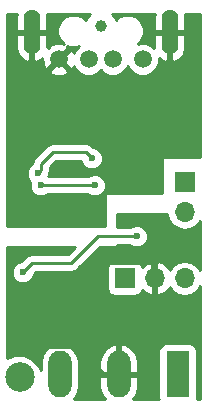
<source format=gbl>
G04 #@! TF.FileFunction,Copper,L2,Bot,Signal*
%FSLAX46Y46*%
G04 Gerber Fmt 4.6, Leading zero omitted, Abs format (unit mm)*
G04 Created by KiCad (PCBNEW 4.0.7) date 01/29/18 07:06:24*
%MOMM*%
%LPD*%
G01*
G04 APERTURE LIST*
%ADD10C,0.100000*%
%ADD11C,1.000000*%
%ADD12C,2.500000*%
%ADD13R,1.700000X1.700000*%
%ADD14O,1.700000X1.700000*%
%ADD15R,1.980000X3.960000*%
%ADD16O,1.980000X3.960000*%
%ADD17C,1.501140*%
%ADD18O,1.400000X3.800000*%
%ADD19C,0.600000*%
%ADD20C,0.250000*%
%ADD21C,0.254000*%
G04 APERTURE END LIST*
D10*
D11*
X148858000Y-80082000D03*
D12*
X142000000Y-109800000D03*
D13*
X150890000Y-101418000D03*
D14*
X153430000Y-101418000D03*
X155970000Y-101418000D03*
D15*
X155382000Y-109546000D03*
D16*
X150382000Y-109546000D03*
X145382000Y-109546000D03*
D13*
X155970000Y-93290000D03*
D14*
X155970000Y-95830000D03*
D17*
X152414860Y-82878120D03*
X149874860Y-82878120D03*
X147842860Y-82878120D03*
X145302860Y-82878120D03*
D18*
X154700000Y-80590000D03*
X143016000Y-80590000D03*
D19*
X144032000Y-88464000D03*
X147334000Y-92528000D03*
X151144000Y-92070000D03*
X143778000Y-93544000D03*
X148350000Y-93544000D03*
X148096000Y-91258000D03*
X143524000Y-92528000D03*
X141746000Y-107006000D03*
X141746000Y-102942000D03*
X142254000Y-100910000D03*
X151906000Y-97862000D03*
D20*
X144552291Y-87943709D02*
X144032000Y-88464000D01*
X145302860Y-82878120D02*
X144552291Y-83628689D01*
X144552291Y-83628689D02*
X144552291Y-87943709D01*
X147492001Y-92369999D02*
X147334000Y-92528000D01*
X151144000Y-92070000D02*
X150844001Y-92369999D01*
X150844001Y-92369999D02*
X147492001Y-92369999D01*
X148350000Y-93544000D02*
X143778000Y-93544000D01*
X147588000Y-90750000D02*
X148096000Y-91258000D01*
X144794000Y-90750000D02*
X147588000Y-90750000D01*
X143823999Y-91720001D02*
X144794000Y-90750000D01*
X143524000Y-92528000D02*
X143823999Y-92228001D01*
X143823999Y-92228001D02*
X143823999Y-91720001D01*
X149142000Y-109546000D02*
X146602000Y-107006000D01*
X146602000Y-107006000D02*
X141746000Y-107006000D01*
X150382000Y-109546000D02*
X149142000Y-109546000D01*
X149142000Y-109546000D02*
X146836990Y-107240990D01*
X146836990Y-107240990D02*
X141511010Y-107240990D01*
X142538000Y-102942000D02*
X141746000Y-102942000D01*
X149142000Y-109546000D02*
X142538000Y-102942000D01*
X153108081Y-100148000D02*
X147588000Y-100148000D01*
X153176000Y-101418000D02*
X153176000Y-100215919D01*
X153176000Y-100215919D02*
X153108081Y-100148000D01*
X143061999Y-100102001D02*
X142254000Y-100910000D01*
X146363999Y-100102001D02*
X143061999Y-100102001D01*
X148604000Y-97862000D02*
X151906000Y-97862000D01*
X146363999Y-100102001D02*
X148604000Y-97862000D01*
D21*
G36*
X154576494Y-96395223D02*
X154896667Y-96874397D01*
X155375841Y-97194570D01*
X155941064Y-97307000D01*
X155998936Y-97307000D01*
X156564159Y-97194570D01*
X157043333Y-96874397D01*
X157275000Y-96527682D01*
X157275000Y-100734688D01*
X157014397Y-100344667D01*
X156535223Y-100024494D01*
X155970000Y-99912064D01*
X155404777Y-100024494D01*
X154925603Y-100344667D01*
X154696236Y-100687939D01*
X154625183Y-100536642D01*
X154196924Y-100146355D01*
X153786890Y-99976524D01*
X153557000Y-100097845D01*
X153557000Y-101291000D01*
X153577000Y-101291000D01*
X153577000Y-101545000D01*
X153557000Y-101545000D01*
X153557000Y-102738155D01*
X153786890Y-102859476D01*
X154196924Y-102689645D01*
X154625183Y-102299358D01*
X154696236Y-102148061D01*
X154925603Y-102491333D01*
X155404777Y-102811506D01*
X155970000Y-102923936D01*
X156535223Y-102811506D01*
X157014397Y-102491333D01*
X157275000Y-102101312D01*
X157275000Y-111613000D01*
X156993665Y-111613000D01*
X157011283Y-111526000D01*
X157011283Y-107566000D01*
X156967563Y-107333648D01*
X156830243Y-107120247D01*
X156620717Y-106977083D01*
X156372000Y-106926717D01*
X154392000Y-106926717D01*
X154159648Y-106970437D01*
X153946247Y-107107757D01*
X153803083Y-107317283D01*
X153752717Y-107566000D01*
X153752717Y-111526000D01*
X153769087Y-111613000D01*
X151568696Y-111613000D01*
X151834703Y-111275193D01*
X152007000Y-110663000D01*
X152007000Y-109673000D01*
X150509000Y-109673000D01*
X150509000Y-109693000D01*
X150255000Y-109693000D01*
X150255000Y-109673000D01*
X148757000Y-109673000D01*
X148757000Y-110663000D01*
X148929297Y-111275193D01*
X149195304Y-111613000D01*
X146603880Y-111613000D01*
X146875913Y-111205873D01*
X146999000Y-110587074D01*
X146999000Y-108504926D01*
X146983898Y-108429000D01*
X148757000Y-108429000D01*
X148757000Y-109419000D01*
X150255000Y-109419000D01*
X150255000Y-107095260D01*
X150509000Y-107095260D01*
X150509000Y-109419000D01*
X152007000Y-109419000D01*
X152007000Y-108429000D01*
X151834703Y-107816807D01*
X151441246Y-107317149D01*
X150886528Y-107006095D01*
X150760865Y-106975782D01*
X150509000Y-107095260D01*
X150255000Y-107095260D01*
X150003135Y-106975782D01*
X149877472Y-107006095D01*
X149322754Y-107317149D01*
X148929297Y-107816807D01*
X148757000Y-108429000D01*
X146983898Y-108429000D01*
X146875913Y-107886127D01*
X146525392Y-107361534D01*
X146000799Y-107011013D01*
X145382000Y-106887926D01*
X144763201Y-107011013D01*
X144238608Y-107361534D01*
X143888087Y-107886127D01*
X143765000Y-108504926D01*
X143765000Y-109156432D01*
X143592171Y-108738154D01*
X143064624Y-108209684D01*
X142374996Y-107923326D01*
X141628280Y-107922675D01*
X140949000Y-108203348D01*
X140949000Y-98751000D01*
X146651512Y-98751000D01*
X146052511Y-99350001D01*
X143061999Y-99350001D01*
X142774221Y-99407244D01*
X142530255Y-99570257D01*
X142117632Y-99982880D01*
X142070417Y-99982839D01*
X141729583Y-100123669D01*
X141468586Y-100384211D01*
X141327161Y-100724799D01*
X141326839Y-101093583D01*
X141467669Y-101434417D01*
X141728211Y-101695414D01*
X142068799Y-101836839D01*
X142437583Y-101837161D01*
X142778417Y-101696331D01*
X143039414Y-101435789D01*
X143180839Y-101095201D01*
X143180881Y-101046607D01*
X143373487Y-100854001D01*
X146363999Y-100854001D01*
X146651777Y-100796758D01*
X146895743Y-100633745D01*
X146961488Y-100568000D01*
X149400717Y-100568000D01*
X149400717Y-102268000D01*
X149444437Y-102500352D01*
X149581757Y-102713753D01*
X149791283Y-102856917D01*
X150040000Y-102907283D01*
X151740000Y-102907283D01*
X151972352Y-102863563D01*
X152185753Y-102726243D01*
X152328917Y-102516717D01*
X152351415Y-102405618D01*
X152663076Y-102689645D01*
X153073110Y-102859476D01*
X153303000Y-102738155D01*
X153303000Y-101545000D01*
X153283000Y-101545000D01*
X153283000Y-101291000D01*
X153303000Y-101291000D01*
X153303000Y-100097845D01*
X153073110Y-99976524D01*
X152663076Y-100146355D01*
X152353100Y-100428847D01*
X152335563Y-100335648D01*
X152198243Y-100122247D01*
X151988717Y-99979083D01*
X151740000Y-99928717D01*
X150040000Y-99928717D01*
X149807648Y-99972437D01*
X149594247Y-100109757D01*
X149451083Y-100319283D01*
X149400717Y-100568000D01*
X146961488Y-100568000D01*
X148778488Y-98751000D01*
X150128000Y-98751000D01*
X150177410Y-98740994D01*
X150219035Y-98712553D01*
X150246315Y-98670159D01*
X150255000Y-98624000D01*
X150255000Y-98614000D01*
X151346855Y-98614000D01*
X151380211Y-98647414D01*
X151720799Y-98788839D01*
X152089583Y-98789161D01*
X152430417Y-98648331D01*
X152691414Y-98387789D01*
X152832839Y-98047201D01*
X152833161Y-97678417D01*
X152692331Y-97337583D01*
X152431789Y-97076586D01*
X152091201Y-96935161D01*
X151722417Y-96934839D01*
X151381583Y-97075669D01*
X151347192Y-97110000D01*
X150255000Y-97110000D01*
X150255000Y-95957000D01*
X154489326Y-95957000D01*
X154576494Y-96395223D01*
X154576494Y-96395223D01*
G37*
X154576494Y-96395223D02*
X154896667Y-96874397D01*
X155375841Y-97194570D01*
X155941064Y-97307000D01*
X155998936Y-97307000D01*
X156564159Y-97194570D01*
X157043333Y-96874397D01*
X157275000Y-96527682D01*
X157275000Y-100734688D01*
X157014397Y-100344667D01*
X156535223Y-100024494D01*
X155970000Y-99912064D01*
X155404777Y-100024494D01*
X154925603Y-100344667D01*
X154696236Y-100687939D01*
X154625183Y-100536642D01*
X154196924Y-100146355D01*
X153786890Y-99976524D01*
X153557000Y-100097845D01*
X153557000Y-101291000D01*
X153577000Y-101291000D01*
X153577000Y-101545000D01*
X153557000Y-101545000D01*
X153557000Y-102738155D01*
X153786890Y-102859476D01*
X154196924Y-102689645D01*
X154625183Y-102299358D01*
X154696236Y-102148061D01*
X154925603Y-102491333D01*
X155404777Y-102811506D01*
X155970000Y-102923936D01*
X156535223Y-102811506D01*
X157014397Y-102491333D01*
X157275000Y-102101312D01*
X157275000Y-111613000D01*
X156993665Y-111613000D01*
X157011283Y-111526000D01*
X157011283Y-107566000D01*
X156967563Y-107333648D01*
X156830243Y-107120247D01*
X156620717Y-106977083D01*
X156372000Y-106926717D01*
X154392000Y-106926717D01*
X154159648Y-106970437D01*
X153946247Y-107107757D01*
X153803083Y-107317283D01*
X153752717Y-107566000D01*
X153752717Y-111526000D01*
X153769087Y-111613000D01*
X151568696Y-111613000D01*
X151834703Y-111275193D01*
X152007000Y-110663000D01*
X152007000Y-109673000D01*
X150509000Y-109673000D01*
X150509000Y-109693000D01*
X150255000Y-109693000D01*
X150255000Y-109673000D01*
X148757000Y-109673000D01*
X148757000Y-110663000D01*
X148929297Y-111275193D01*
X149195304Y-111613000D01*
X146603880Y-111613000D01*
X146875913Y-111205873D01*
X146999000Y-110587074D01*
X146999000Y-108504926D01*
X146983898Y-108429000D01*
X148757000Y-108429000D01*
X148757000Y-109419000D01*
X150255000Y-109419000D01*
X150255000Y-107095260D01*
X150509000Y-107095260D01*
X150509000Y-109419000D01*
X152007000Y-109419000D01*
X152007000Y-108429000D01*
X151834703Y-107816807D01*
X151441246Y-107317149D01*
X150886528Y-107006095D01*
X150760865Y-106975782D01*
X150509000Y-107095260D01*
X150255000Y-107095260D01*
X150003135Y-106975782D01*
X149877472Y-107006095D01*
X149322754Y-107317149D01*
X148929297Y-107816807D01*
X148757000Y-108429000D01*
X146983898Y-108429000D01*
X146875913Y-107886127D01*
X146525392Y-107361534D01*
X146000799Y-107011013D01*
X145382000Y-106887926D01*
X144763201Y-107011013D01*
X144238608Y-107361534D01*
X143888087Y-107886127D01*
X143765000Y-108504926D01*
X143765000Y-109156432D01*
X143592171Y-108738154D01*
X143064624Y-108209684D01*
X142374996Y-107923326D01*
X141628280Y-107922675D01*
X140949000Y-108203348D01*
X140949000Y-98751000D01*
X146651512Y-98751000D01*
X146052511Y-99350001D01*
X143061999Y-99350001D01*
X142774221Y-99407244D01*
X142530255Y-99570257D01*
X142117632Y-99982880D01*
X142070417Y-99982839D01*
X141729583Y-100123669D01*
X141468586Y-100384211D01*
X141327161Y-100724799D01*
X141326839Y-101093583D01*
X141467669Y-101434417D01*
X141728211Y-101695414D01*
X142068799Y-101836839D01*
X142437583Y-101837161D01*
X142778417Y-101696331D01*
X143039414Y-101435789D01*
X143180839Y-101095201D01*
X143180881Y-101046607D01*
X143373487Y-100854001D01*
X146363999Y-100854001D01*
X146651777Y-100796758D01*
X146895743Y-100633745D01*
X146961488Y-100568000D01*
X149400717Y-100568000D01*
X149400717Y-102268000D01*
X149444437Y-102500352D01*
X149581757Y-102713753D01*
X149791283Y-102856917D01*
X150040000Y-102907283D01*
X151740000Y-102907283D01*
X151972352Y-102863563D01*
X152185753Y-102726243D01*
X152328917Y-102516717D01*
X152351415Y-102405618D01*
X152663076Y-102689645D01*
X153073110Y-102859476D01*
X153303000Y-102738155D01*
X153303000Y-101545000D01*
X153283000Y-101545000D01*
X153283000Y-101291000D01*
X153303000Y-101291000D01*
X153303000Y-100097845D01*
X153073110Y-99976524D01*
X152663076Y-100146355D01*
X152353100Y-100428847D01*
X152335563Y-100335648D01*
X152198243Y-100122247D01*
X151988717Y-99979083D01*
X151740000Y-99928717D01*
X150040000Y-99928717D01*
X149807648Y-99972437D01*
X149594247Y-100109757D01*
X149451083Y-100319283D01*
X149400717Y-100568000D01*
X146961488Y-100568000D01*
X148778488Y-98751000D01*
X150128000Y-98751000D01*
X150177410Y-98740994D01*
X150219035Y-98712553D01*
X150246315Y-98670159D01*
X150255000Y-98624000D01*
X150255000Y-98614000D01*
X151346855Y-98614000D01*
X151380211Y-98647414D01*
X151720799Y-98788839D01*
X152089583Y-98789161D01*
X152430417Y-98648331D01*
X152691414Y-98387789D01*
X152832839Y-98047201D01*
X152833161Y-97678417D01*
X152692331Y-97337583D01*
X152431789Y-97076586D01*
X152091201Y-96935161D01*
X151722417Y-96934839D01*
X151381583Y-97075669D01*
X151347192Y-97110000D01*
X150255000Y-97110000D01*
X150255000Y-95957000D01*
X154489326Y-95957000D01*
X154576494Y-96395223D01*
G36*
X141681000Y-79263000D02*
X141681000Y-80463000D01*
X142889000Y-80463000D01*
X142889000Y-80443000D01*
X143143000Y-80443000D01*
X143143000Y-80463000D01*
X144351000Y-80463000D01*
X144351000Y-79263000D01*
X144281466Y-79031000D01*
X147933453Y-79031000D01*
X147674371Y-79289630D01*
X147578010Y-79521694D01*
X147353026Y-79296317D01*
X146847104Y-79086240D01*
X146299299Y-79085762D01*
X145793011Y-79294956D01*
X145405317Y-79681974D01*
X145195240Y-80187896D01*
X145194762Y-80735701D01*
X145403956Y-81241989D01*
X145715800Y-81554378D01*
X145507826Y-81480353D01*
X144957322Y-81508315D01*
X144578595Y-81665189D01*
X144510536Y-81906188D01*
X144395483Y-81791135D01*
X144351000Y-81835618D01*
X144351000Y-80717000D01*
X143143000Y-80717000D01*
X143143000Y-82959374D01*
X143349329Y-83082716D01*
X143409550Y-83071980D01*
X143870185Y-82823790D01*
X143910248Y-82774640D01*
X143933055Y-83223658D01*
X144089929Y-83602385D01*
X144330930Y-83670445D01*
X145123255Y-82878120D01*
X145109113Y-82863978D01*
X145288718Y-82684373D01*
X145302860Y-82698515D01*
X146095185Y-81906190D01*
X146047137Y-81736051D01*
X146296896Y-81839760D01*
X146844701Y-81840238D01*
X146994805Y-81778216D01*
X146675694Y-82096771D01*
X146583807Y-82318060D01*
X146515791Y-82153855D01*
X146274790Y-82085795D01*
X145482465Y-82878120D01*
X146274790Y-83670445D01*
X146515791Y-83602385D01*
X146578635Y-83425825D01*
X146674332Y-83657431D01*
X147061511Y-84045286D01*
X147567642Y-84255450D01*
X148115673Y-84255928D01*
X148622171Y-84046648D01*
X148858933Y-83810299D01*
X149093511Y-84045286D01*
X149599642Y-84255450D01*
X150147673Y-84255928D01*
X150654171Y-84046648D01*
X151042026Y-83659469D01*
X151144853Y-83411833D01*
X151246332Y-83657431D01*
X151633511Y-84045286D01*
X152139642Y-84255450D01*
X152687673Y-84255928D01*
X153194171Y-84046648D01*
X153582026Y-83659469D01*
X153792190Y-83153338D01*
X153792534Y-82758425D01*
X153845815Y-82823790D01*
X154306450Y-83071980D01*
X154366671Y-83082716D01*
X154573000Y-82959374D01*
X154573000Y-80717000D01*
X154827000Y-80717000D01*
X154827000Y-82959374D01*
X155033329Y-83082716D01*
X155093550Y-83071980D01*
X155554185Y-82823790D01*
X155884778Y-82418215D01*
X156035000Y-81917000D01*
X156035000Y-80717000D01*
X154827000Y-80717000D01*
X154573000Y-80717000D01*
X153365000Y-80717000D01*
X153365000Y-81880040D01*
X153196209Y-81710954D01*
X152690078Y-81500790D01*
X152142047Y-81500312D01*
X151991732Y-81562421D01*
X152310683Y-81244026D01*
X152520760Y-80738104D01*
X152521238Y-80190299D01*
X152312044Y-79684011D01*
X151925026Y-79296317D01*
X151419104Y-79086240D01*
X150871299Y-79085762D01*
X150365011Y-79294956D01*
X150137994Y-79521577D01*
X150043010Y-79291697D01*
X149782768Y-79031000D01*
X153434534Y-79031000D01*
X153365000Y-79263000D01*
X153365000Y-80463000D01*
X154573000Y-80463000D01*
X154573000Y-80443000D01*
X154827000Y-80443000D01*
X154827000Y-80463000D01*
X156035000Y-80463000D01*
X156035000Y-79263000D01*
X155965466Y-79031000D01*
X157275000Y-79031000D01*
X157275000Y-91131000D01*
X154192000Y-91131000D01*
X154142590Y-91141006D01*
X154100965Y-91169447D01*
X154073685Y-91211841D01*
X154065000Y-91258000D01*
X154065000Y-94179000D01*
X149366000Y-94179000D01*
X149316590Y-94189006D01*
X149274965Y-94217447D01*
X149247685Y-94259841D01*
X149239000Y-94306000D01*
X149239000Y-96973000D01*
X140949000Y-96973000D01*
X140949000Y-92711583D01*
X142596839Y-92711583D01*
X142737669Y-93052417D01*
X142907669Y-93222714D01*
X142851161Y-93358799D01*
X142850839Y-93727583D01*
X142991669Y-94068417D01*
X143252211Y-94329414D01*
X143592799Y-94470839D01*
X143961583Y-94471161D01*
X144302417Y-94330331D01*
X144336808Y-94296000D01*
X147790855Y-94296000D01*
X147824211Y-94329414D01*
X148164799Y-94470839D01*
X148533583Y-94471161D01*
X148874417Y-94330331D01*
X149135414Y-94069789D01*
X149276839Y-93729201D01*
X149277161Y-93360417D01*
X149136331Y-93019583D01*
X148875789Y-92758586D01*
X148535201Y-92617161D01*
X148166417Y-92616839D01*
X147825583Y-92757669D01*
X147791192Y-92792000D01*
X144418119Y-92792000D01*
X144450839Y-92713201D01*
X144450923Y-92617299D01*
X144510590Y-92528000D01*
X144518756Y-92515779D01*
X144575999Y-92228001D01*
X144575999Y-92031489D01*
X145105489Y-91502000D01*
X147193803Y-91502000D01*
X147309669Y-91782417D01*
X147570211Y-92043414D01*
X147910799Y-92184839D01*
X148279583Y-92185161D01*
X148620417Y-92044331D01*
X148881414Y-91783789D01*
X149022839Y-91443201D01*
X149023161Y-91074417D01*
X148882331Y-90733583D01*
X148621789Y-90472586D01*
X148281201Y-90331161D01*
X148232607Y-90331119D01*
X148119744Y-90218256D01*
X147875778Y-90055243D01*
X147588000Y-89998000D01*
X144794000Y-89998000D01*
X144506222Y-90055243D01*
X144408503Y-90120536D01*
X144262256Y-90218255D01*
X143292255Y-91188257D01*
X143129242Y-91432223D01*
X143073788Y-91711008D01*
X142999583Y-91741669D01*
X142738586Y-92002211D01*
X142597161Y-92342799D01*
X142596839Y-92711583D01*
X140949000Y-92711583D01*
X140949000Y-83850050D01*
X144510535Y-83850050D01*
X144578595Y-84091051D01*
X145097894Y-84275887D01*
X145648398Y-84247925D01*
X146027125Y-84091051D01*
X146095185Y-83850050D01*
X145302860Y-83057725D01*
X144510535Y-83850050D01*
X140949000Y-83850050D01*
X140949000Y-80717000D01*
X141681000Y-80717000D01*
X141681000Y-81917000D01*
X141831222Y-82418215D01*
X142161815Y-82823790D01*
X142622450Y-83071980D01*
X142682671Y-83082716D01*
X142889000Y-82959374D01*
X142889000Y-80717000D01*
X141681000Y-80717000D01*
X140949000Y-80717000D01*
X140949000Y-79031000D01*
X141750534Y-79031000D01*
X141681000Y-79263000D01*
X141681000Y-79263000D01*
G37*
X141681000Y-79263000D02*
X141681000Y-80463000D01*
X142889000Y-80463000D01*
X142889000Y-80443000D01*
X143143000Y-80443000D01*
X143143000Y-80463000D01*
X144351000Y-80463000D01*
X144351000Y-79263000D01*
X144281466Y-79031000D01*
X147933453Y-79031000D01*
X147674371Y-79289630D01*
X147578010Y-79521694D01*
X147353026Y-79296317D01*
X146847104Y-79086240D01*
X146299299Y-79085762D01*
X145793011Y-79294956D01*
X145405317Y-79681974D01*
X145195240Y-80187896D01*
X145194762Y-80735701D01*
X145403956Y-81241989D01*
X145715800Y-81554378D01*
X145507826Y-81480353D01*
X144957322Y-81508315D01*
X144578595Y-81665189D01*
X144510536Y-81906188D01*
X144395483Y-81791135D01*
X144351000Y-81835618D01*
X144351000Y-80717000D01*
X143143000Y-80717000D01*
X143143000Y-82959374D01*
X143349329Y-83082716D01*
X143409550Y-83071980D01*
X143870185Y-82823790D01*
X143910248Y-82774640D01*
X143933055Y-83223658D01*
X144089929Y-83602385D01*
X144330930Y-83670445D01*
X145123255Y-82878120D01*
X145109113Y-82863978D01*
X145288718Y-82684373D01*
X145302860Y-82698515D01*
X146095185Y-81906190D01*
X146047137Y-81736051D01*
X146296896Y-81839760D01*
X146844701Y-81840238D01*
X146994805Y-81778216D01*
X146675694Y-82096771D01*
X146583807Y-82318060D01*
X146515791Y-82153855D01*
X146274790Y-82085795D01*
X145482465Y-82878120D01*
X146274790Y-83670445D01*
X146515791Y-83602385D01*
X146578635Y-83425825D01*
X146674332Y-83657431D01*
X147061511Y-84045286D01*
X147567642Y-84255450D01*
X148115673Y-84255928D01*
X148622171Y-84046648D01*
X148858933Y-83810299D01*
X149093511Y-84045286D01*
X149599642Y-84255450D01*
X150147673Y-84255928D01*
X150654171Y-84046648D01*
X151042026Y-83659469D01*
X151144853Y-83411833D01*
X151246332Y-83657431D01*
X151633511Y-84045286D01*
X152139642Y-84255450D01*
X152687673Y-84255928D01*
X153194171Y-84046648D01*
X153582026Y-83659469D01*
X153792190Y-83153338D01*
X153792534Y-82758425D01*
X153845815Y-82823790D01*
X154306450Y-83071980D01*
X154366671Y-83082716D01*
X154573000Y-82959374D01*
X154573000Y-80717000D01*
X154827000Y-80717000D01*
X154827000Y-82959374D01*
X155033329Y-83082716D01*
X155093550Y-83071980D01*
X155554185Y-82823790D01*
X155884778Y-82418215D01*
X156035000Y-81917000D01*
X156035000Y-80717000D01*
X154827000Y-80717000D01*
X154573000Y-80717000D01*
X153365000Y-80717000D01*
X153365000Y-81880040D01*
X153196209Y-81710954D01*
X152690078Y-81500790D01*
X152142047Y-81500312D01*
X151991732Y-81562421D01*
X152310683Y-81244026D01*
X152520760Y-80738104D01*
X152521238Y-80190299D01*
X152312044Y-79684011D01*
X151925026Y-79296317D01*
X151419104Y-79086240D01*
X150871299Y-79085762D01*
X150365011Y-79294956D01*
X150137994Y-79521577D01*
X150043010Y-79291697D01*
X149782768Y-79031000D01*
X153434534Y-79031000D01*
X153365000Y-79263000D01*
X153365000Y-80463000D01*
X154573000Y-80463000D01*
X154573000Y-80443000D01*
X154827000Y-80443000D01*
X154827000Y-80463000D01*
X156035000Y-80463000D01*
X156035000Y-79263000D01*
X155965466Y-79031000D01*
X157275000Y-79031000D01*
X157275000Y-91131000D01*
X154192000Y-91131000D01*
X154142590Y-91141006D01*
X154100965Y-91169447D01*
X154073685Y-91211841D01*
X154065000Y-91258000D01*
X154065000Y-94179000D01*
X149366000Y-94179000D01*
X149316590Y-94189006D01*
X149274965Y-94217447D01*
X149247685Y-94259841D01*
X149239000Y-94306000D01*
X149239000Y-96973000D01*
X140949000Y-96973000D01*
X140949000Y-92711583D01*
X142596839Y-92711583D01*
X142737669Y-93052417D01*
X142907669Y-93222714D01*
X142851161Y-93358799D01*
X142850839Y-93727583D01*
X142991669Y-94068417D01*
X143252211Y-94329414D01*
X143592799Y-94470839D01*
X143961583Y-94471161D01*
X144302417Y-94330331D01*
X144336808Y-94296000D01*
X147790855Y-94296000D01*
X147824211Y-94329414D01*
X148164799Y-94470839D01*
X148533583Y-94471161D01*
X148874417Y-94330331D01*
X149135414Y-94069789D01*
X149276839Y-93729201D01*
X149277161Y-93360417D01*
X149136331Y-93019583D01*
X148875789Y-92758586D01*
X148535201Y-92617161D01*
X148166417Y-92616839D01*
X147825583Y-92757669D01*
X147791192Y-92792000D01*
X144418119Y-92792000D01*
X144450839Y-92713201D01*
X144450923Y-92617299D01*
X144510590Y-92528000D01*
X144518756Y-92515779D01*
X144575999Y-92228001D01*
X144575999Y-92031489D01*
X145105489Y-91502000D01*
X147193803Y-91502000D01*
X147309669Y-91782417D01*
X147570211Y-92043414D01*
X147910799Y-92184839D01*
X148279583Y-92185161D01*
X148620417Y-92044331D01*
X148881414Y-91783789D01*
X149022839Y-91443201D01*
X149023161Y-91074417D01*
X148882331Y-90733583D01*
X148621789Y-90472586D01*
X148281201Y-90331161D01*
X148232607Y-90331119D01*
X148119744Y-90218256D01*
X147875778Y-90055243D01*
X147588000Y-89998000D01*
X144794000Y-89998000D01*
X144506222Y-90055243D01*
X144408503Y-90120536D01*
X144262256Y-90218255D01*
X143292255Y-91188257D01*
X143129242Y-91432223D01*
X143073788Y-91711008D01*
X142999583Y-91741669D01*
X142738586Y-92002211D01*
X142597161Y-92342799D01*
X142596839Y-92711583D01*
X140949000Y-92711583D01*
X140949000Y-83850050D01*
X144510535Y-83850050D01*
X144578595Y-84091051D01*
X145097894Y-84275887D01*
X145648398Y-84247925D01*
X146027125Y-84091051D01*
X146095185Y-83850050D01*
X145302860Y-83057725D01*
X144510535Y-83850050D01*
X140949000Y-83850050D01*
X140949000Y-80717000D01*
X141681000Y-80717000D01*
X141681000Y-81917000D01*
X141831222Y-82418215D01*
X142161815Y-82823790D01*
X142622450Y-83071980D01*
X142682671Y-83082716D01*
X142889000Y-82959374D01*
X142889000Y-80717000D01*
X141681000Y-80717000D01*
X140949000Y-80717000D01*
X140949000Y-79031000D01*
X141750534Y-79031000D01*
X141681000Y-79263000D01*
M02*

</source>
